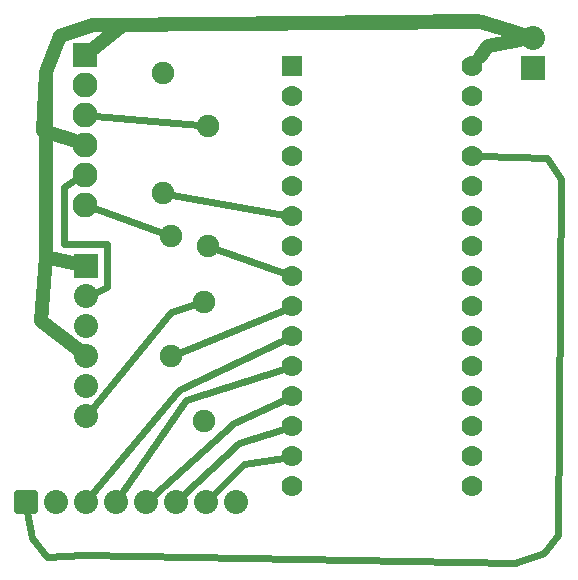
<source format=gtl>
G04 MADE WITH FRITZING*
G04 WWW.FRITZING.ORG*
G04 DOUBLE SIDED*
G04 HOLES PLATED*
G04 CONTOUR ON CENTER OF CONTOUR VECTOR*
%ASAXBY*%
%FSLAX23Y23*%
%MOIN*%
%OFA0B0*%
%SFA1.0B1.0*%
%ADD10C,0.070000*%
%ADD11C,0.080000*%
%ADD12C,0.083307*%
%ADD13C,0.075000*%
%ADD14R,0.069972X0.070000*%
%ADD15R,0.080000X0.080000*%
%ADD16R,0.083307X0.083307*%
%ADD17C,0.048000*%
%ADD18C,0.024000*%
%ADD19C,0.020000*%
%LNCOPPER1*%
G90*
G70*
G54D10*
X991Y1759D03*
X991Y1659D03*
X991Y1559D03*
X991Y1459D03*
X991Y1359D03*
X991Y1259D03*
X991Y1159D03*
X991Y1059D03*
X991Y959D03*
X991Y859D03*
X991Y759D03*
X991Y659D03*
X991Y559D03*
X991Y459D03*
X991Y359D03*
X1591Y1759D03*
X1591Y1659D03*
X1591Y1559D03*
X1591Y1459D03*
X1591Y1359D03*
X1591Y1259D03*
X1591Y1159D03*
X1591Y1059D03*
X1591Y959D03*
X1591Y859D03*
X1591Y759D03*
X1591Y659D03*
X1591Y559D03*
X1591Y459D03*
X1591Y359D03*
G54D11*
X304Y1092D03*
X304Y992D03*
X304Y892D03*
X304Y792D03*
X304Y692D03*
X304Y592D03*
X1792Y1753D03*
X1792Y1853D03*
G54D12*
X300Y1797D03*
X300Y1697D03*
X300Y1597D03*
X300Y1497D03*
X300Y1397D03*
X300Y1297D03*
G54D11*
X102Y305D03*
X202Y305D03*
X302Y305D03*
X402Y305D03*
X502Y305D03*
X602Y305D03*
X702Y305D03*
X802Y305D03*
G54D13*
X560Y1735D03*
X560Y1335D03*
X695Y974D03*
X695Y575D03*
X587Y1193D03*
X587Y793D03*
X709Y1559D03*
X709Y1159D03*
G54D14*
X991Y1759D03*
G54D15*
X304Y1092D03*
X1792Y1753D03*
G54D16*
X300Y1797D03*
G54D17*
X427Y1896D02*
X326Y1817D01*
D02*
X1607Y1910D02*
X427Y1896D01*
D02*
X1763Y1862D02*
X1607Y1910D01*
D02*
X325Y1896D02*
X215Y1858D01*
D02*
X1624Y1906D02*
X325Y1896D01*
D02*
X168Y1123D02*
X154Y908D01*
D02*
X168Y1739D02*
X168Y1123D01*
D02*
X1763Y1863D02*
X1624Y1906D01*
D02*
X215Y1858D02*
X168Y1739D01*
D02*
X154Y908D02*
X279Y811D01*
G54D18*
D02*
X668Y966D02*
X585Y939D01*
D02*
X585Y939D02*
X323Y616D01*
G54D17*
D02*
X161Y1544D02*
X258Y1511D01*
D02*
X168Y1739D02*
X161Y1544D01*
D02*
X168Y1123D02*
X273Y1099D01*
G54D18*
D02*
X724Y327D02*
X831Y433D01*
D02*
X831Y433D02*
X962Y454D01*
D02*
X624Y326D02*
X814Y501D01*
D02*
X814Y501D02*
X963Y550D01*
D02*
X797Y569D02*
X964Y646D01*
D02*
X525Y326D02*
X797Y569D01*
D02*
X419Y331D02*
X636Y645D01*
D02*
X636Y645D02*
X963Y750D01*
D02*
X612Y679D02*
X964Y846D01*
D02*
X321Y329D02*
X612Y679D01*
D02*
X1733Y104D02*
X1829Y135D01*
D02*
X174Y121D02*
X294Y128D01*
D02*
X294Y128D02*
X1733Y104D01*
D02*
X1829Y135D02*
X1877Y197D01*
D02*
X123Y186D02*
X174Y121D01*
D02*
X107Y274D02*
X123Y186D01*
D02*
X1877Y197D02*
X1887Y1383D01*
D02*
X1839Y1451D02*
X1620Y1458D01*
D02*
X1887Y1383D02*
X1839Y1451D01*
D02*
X614Y803D02*
X964Y947D01*
D02*
X560Y1202D02*
X330Y1286D01*
D02*
X588Y1330D02*
X962Y1264D01*
D02*
X680Y1561D02*
X332Y1594D01*
D02*
X736Y1149D02*
X963Y1068D01*
G54D17*
D02*
X1644Y1827D02*
X1751Y1846D01*
D02*
X1615Y1790D02*
X1644Y1827D01*
G54D18*
D02*
X333Y1004D02*
X372Y1021D01*
X372Y1021D02*
X372Y1165D01*
X372Y1165D02*
X228Y1165D01*
X228Y1165D02*
X228Y1357D01*
X228Y1357D02*
X271Y1381D01*
G54D19*
X72Y335D02*
X132Y335D01*
X132Y275D01*
X72Y275D01*
X72Y335D01*
D02*
G04 End of Copper1*
M02*
</source>
